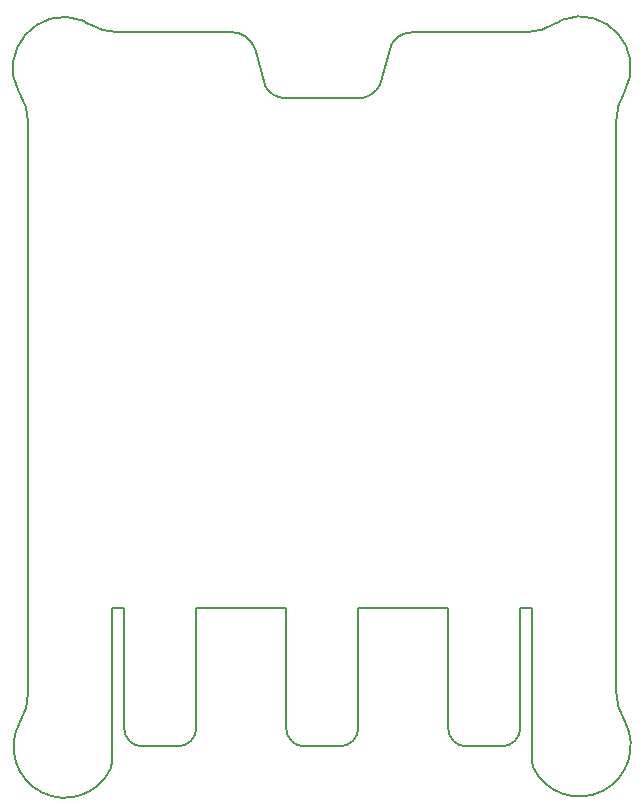
<source format=gm1>
G04 #@! TF.GenerationSoftware,KiCad,Pcbnew,(5.0.2)-1*
G04 #@! TF.CreationDate,2019-06-27T12:51:55+02:00*
G04 #@! TF.ProjectId,PCB_RControl,5043425f-5243-46f6-9e74-726f6c2e6b69,rev?*
G04 #@! TF.SameCoordinates,PX6e75580PY80fd3d8*
G04 #@! TF.FileFunction,Profile,NP*
%FSLAX46Y46*%
G04 Gerber Fmt 4.6, Leading zero omitted, Abs format (unit mm)*
G04 Created by KiCad (PCBNEW (5.0.2)-1) date 27/06/2019 12:51:55*
%MOMM*%
%LPD*%
G01*
G04 APERTURE LIST*
%ADD10C,0.150000*%
G04 APERTURE END LIST*
D10*
X43180000Y6223000D02*
G75*
G02X41656000Y4699000I-1524000J0D01*
G01*
X38608000Y4699000D02*
G75*
G02X37084000Y6223000I0J1524000D01*
G01*
X29464000Y6223000D02*
G75*
G02X27940000Y4699000I-1524000J0D01*
G01*
X24892000Y4699000D02*
G75*
G02X23368000Y6223000I0J1524000D01*
G01*
X15748000Y6223000D02*
G75*
G02X14224000Y4699000I-1524000J0D01*
G01*
X11176000Y4699000D02*
G75*
G02X9652000Y6223000I0J1524000D01*
G01*
X9144000Y65157898D02*
X18796000Y65157898D01*
X29565600Y59563000D02*
G75*
G03X31292767Y60682051I-101634J2049263D01*
G01*
X23266367Y59561549D02*
G75*
G02X21539200Y60680600I101634J2049263D01*
G01*
X18796000Y65151000D02*
G75*
G02X20701000Y63777954I0J-2008046D01*
G01*
X32208485Y64007376D02*
G75*
G02X34036000Y65151000I1827515J-888376D01*
G01*
X20701000Y63779400D02*
X21539200Y60680600D01*
X31292800Y60680600D02*
X32207200Y64008000D01*
X23266400Y59563000D02*
X29565600Y59563000D01*
X46291500Y65976500D02*
X46710600Y66217800D01*
X6096000Y66167000D02*
X6604000Y65887600D01*
X44196000Y3429000D02*
X44272200Y2908300D01*
X44271978Y2908193D02*
G75*
G03X52039520Y6822440I3918589J1888029D01*
G01*
X51308000Y9276080D02*
G75*
G03X52035576Y6828212I4791575J92131D01*
G01*
X8636000Y3454400D02*
X8509000Y2819400D01*
X34036000Y65151000D02*
X43688000Y65151000D01*
X46710558Y66217912D02*
G75*
G02X52032465Y60141254I1511907J-4044658D01*
G01*
X51304004Y57601254D02*
G75*
G02X52032466Y60141253I4792461J0D01*
G01*
X43688059Y65149549D02*
G75*
G03X46291500Y65976500I-88393J4789885D01*
G01*
X8502174Y2797261D02*
G75*
G02X795841Y6690366I-3896333J1861105D01*
G01*
X1524130Y9271001D02*
G75*
G02X795840Y6690367I-4792289J-40635D01*
G01*
X742276Y60060480D02*
G75*
G02X6096000Y66167000I3829724J2042520D01*
G01*
X1523595Y57480201D02*
G75*
G03X762000Y60071000I-4787494J0D01*
G01*
X9144000Y65157898D02*
G75*
G02X6604000Y65887600I0J4785563D01*
G01*
X51302920Y57622440D02*
X51308000Y9271000D01*
X44196000Y16383000D02*
X44196000Y3429000D01*
X43180000Y16383000D02*
X44196000Y16383000D01*
X43180000Y6223000D02*
X43180000Y16383000D01*
X38608000Y4699000D02*
X41656000Y4699000D01*
X37084000Y16383000D02*
X37084000Y6223000D01*
X29464000Y16383000D02*
X37084000Y16383000D01*
X29464000Y6223000D02*
X29464000Y16383000D01*
X24892000Y4699000D02*
X27940000Y4699000D01*
X23368000Y16383000D02*
X23368000Y6223000D01*
X15748000Y16383000D02*
X23368000Y16383000D01*
X15748000Y6223000D02*
X15748000Y16383000D01*
X11176000Y4699000D02*
X14224000Y4699000D01*
X9652000Y16383000D02*
X9652000Y6223000D01*
X8636000Y16383000D02*
X9652000Y16383000D01*
X8636000Y3454400D02*
X8636000Y16383000D01*
X1524000Y9271000D02*
X1524000Y57480200D01*
M02*

</source>
